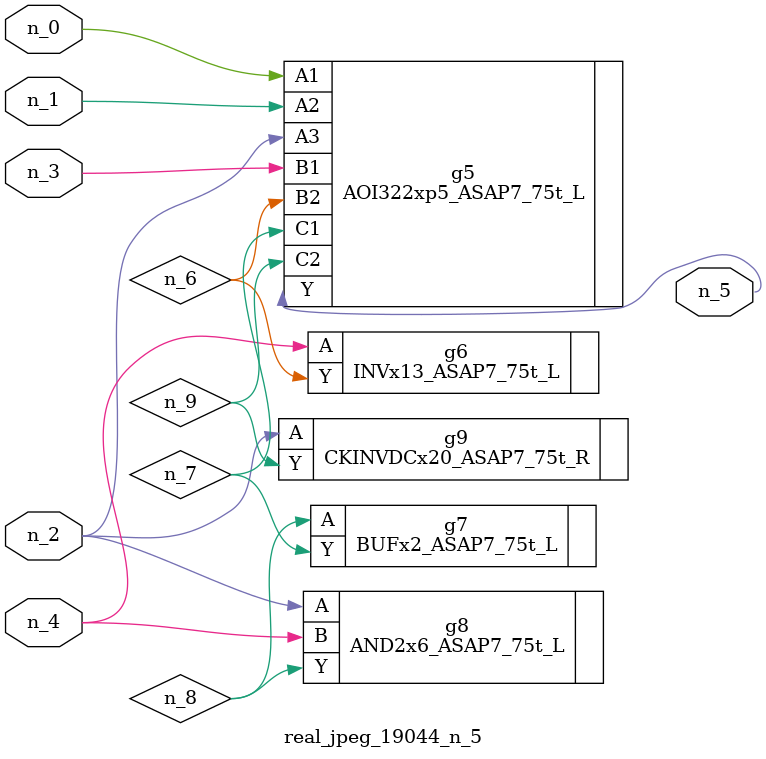
<source format=v>
module real_jpeg_19044_n_5 (n_4, n_0, n_1, n_2, n_3, n_5);

input n_4;
input n_0;
input n_1;
input n_2;
input n_3;

output n_5;

wire n_8;
wire n_6;
wire n_7;
wire n_9;

AOI322xp5_ASAP7_75t_L g5 ( 
.A1(n_0),
.A2(n_1),
.A3(n_2),
.B1(n_3),
.B2(n_6),
.C1(n_7),
.C2(n_9),
.Y(n_5)
);

AND2x6_ASAP7_75t_L g8 ( 
.A(n_2),
.B(n_4),
.Y(n_8)
);

CKINVDCx20_ASAP7_75t_R g9 ( 
.A(n_2),
.Y(n_9)
);

INVx13_ASAP7_75t_L g6 ( 
.A(n_4),
.Y(n_6)
);

BUFx2_ASAP7_75t_L g7 ( 
.A(n_8),
.Y(n_7)
);


endmodule
</source>
